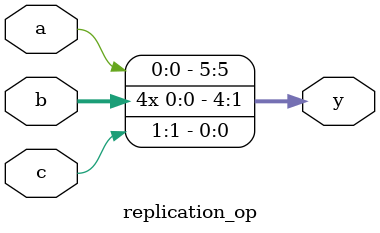
<source format=v>
`timescale 1ns / 1ps


module replication_op(
input a,
input [1:0]b,
input [1:0]c,
output [5:0]y);
    assign y = {a, {4{b[0]}}, c[1]};
endmodule

</source>
